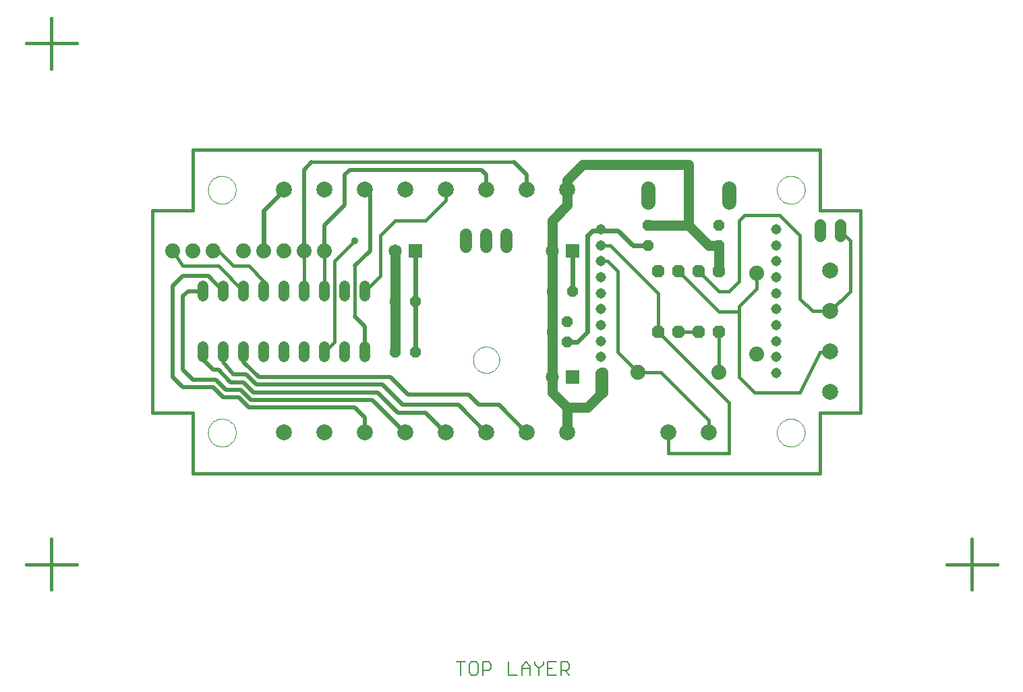
<source format=gtl>
G75*
G70*
%OFA0B0*%
%FSLAX24Y24*%
%IPPOS*%
%LPD*%
%AMOC8*
5,1,8,0,0,1.08239X$1,22.5*
%
%ADD10C,0.0160*%
%ADD11C,0.0000*%
%ADD12C,0.0060*%
%ADD13OC8,0.0630*%
%ADD14C,0.0787*%
%ADD15OC8,0.0520*%
%ADD16C,0.0600*%
%ADD17R,0.0650X0.0650*%
%ADD18C,0.0650*%
%ADD19C,0.0740*%
%ADD20C,0.0515*%
%ADD21C,0.0520*%
%ADD22C,0.0700*%
%ADD23C,0.0560*%
%ADD24C,0.0500*%
%ADD25C,0.0240*%
%ADD26C,0.0200*%
%ADD27C,0.0360*%
D10*
X004331Y004583D02*
X004331Y007083D01*
X003081Y005833D02*
X005581Y005833D01*
X011331Y010333D02*
X011331Y013333D01*
X009331Y013333D01*
X009331Y023333D01*
X011331Y023333D01*
X011331Y026333D01*
X042331Y026333D01*
X042331Y023333D01*
X044331Y023333D01*
X044331Y013333D01*
X042331Y013333D01*
X042331Y010333D01*
X011331Y010333D01*
X019823Y012343D02*
X019831Y012333D01*
X021823Y012343D02*
X021831Y012333D01*
X023823Y012343D02*
X023831Y012333D01*
X025823Y012343D02*
X025831Y012333D01*
X027823Y012343D02*
X027831Y012333D01*
X032331Y016333D02*
X033331Y015333D01*
X034456Y015333D01*
X036831Y012958D01*
X036831Y012333D01*
X036823Y012343D01*
X037831Y011333D02*
X037831Y013833D01*
X034331Y017333D01*
X034331Y019208D01*
X031956Y021583D01*
X031456Y021583D01*
X031500Y020802D02*
X031831Y020833D01*
X032331Y020333D01*
X032331Y016333D01*
X035331Y017333D02*
X036331Y017333D01*
X037331Y017333D02*
X037331Y015333D01*
X038331Y015083D02*
X038331Y018333D01*
X038331Y018583D01*
X039206Y019458D01*
X039206Y020208D01*
X038331Y019833D02*
X038331Y022833D01*
X038581Y023083D01*
X040331Y023083D01*
X041331Y022083D01*
X041331Y018958D01*
X041948Y018342D01*
X042841Y018342D01*
X042841Y018343D01*
X043831Y019333D01*
X043831Y021833D01*
X043331Y022333D01*
X038331Y019833D02*
X037831Y019333D01*
X037331Y019333D01*
X036331Y020333D01*
X035331Y020333D02*
X037331Y018333D01*
X038331Y018333D01*
X042331Y016333D02*
X042841Y016342D01*
X042331Y016333D02*
X041331Y014333D01*
X039081Y014333D01*
X038331Y015083D01*
X034831Y012333D02*
X034823Y012343D01*
X034831Y012333D02*
X034831Y011333D01*
X037831Y011333D01*
X048581Y005833D02*
X051081Y005833D01*
X049831Y004583D02*
X049831Y007083D01*
X023831Y023833D02*
X023831Y024333D01*
X023823Y024343D01*
X023831Y023833D02*
X022831Y022833D01*
X021331Y022833D01*
X020581Y022083D01*
X020581Y020083D01*
X019831Y019333D01*
X019331Y020583D02*
X019331Y018083D01*
X018331Y016833D02*
X018331Y020833D01*
X019331Y021833D01*
X017831Y021333D02*
X017831Y019333D01*
X016831Y019333D02*
X016831Y021333D01*
X014831Y019833D02*
X014831Y019333D01*
X014831Y019833D02*
X014081Y020583D01*
X013331Y020583D01*
X012581Y021333D01*
X012331Y021333D01*
X012581Y020583D02*
X013831Y019333D01*
X012581Y020583D02*
X010831Y020583D01*
X010331Y021333D01*
X017206Y025708D02*
X027206Y025708D01*
X027823Y024343D02*
X027831Y024333D01*
X025831Y024333D02*
X025823Y024343D01*
X020081Y024083D02*
X019831Y024333D01*
X019823Y024343D01*
X018331Y016833D02*
X017831Y016333D01*
X004331Y030333D02*
X004331Y032833D01*
X003081Y031583D02*
X005581Y031583D01*
D11*
X012079Y024333D02*
X012081Y024385D01*
X012087Y024437D01*
X012097Y024488D01*
X012110Y024538D01*
X012128Y024588D01*
X012149Y024635D01*
X012173Y024681D01*
X012202Y024725D01*
X012233Y024767D01*
X012267Y024806D01*
X012304Y024843D01*
X012344Y024876D01*
X012387Y024907D01*
X012431Y024934D01*
X012477Y024958D01*
X012526Y024978D01*
X012575Y024994D01*
X012626Y025007D01*
X012677Y025016D01*
X012729Y025021D01*
X012781Y025022D01*
X012833Y025019D01*
X012885Y025012D01*
X012936Y025001D01*
X012986Y024987D01*
X013035Y024968D01*
X013082Y024946D01*
X013127Y024921D01*
X013171Y024892D01*
X013212Y024860D01*
X013251Y024825D01*
X013286Y024787D01*
X013319Y024746D01*
X013349Y024704D01*
X013375Y024659D01*
X013398Y024612D01*
X013417Y024563D01*
X013433Y024513D01*
X013445Y024463D01*
X013453Y024411D01*
X013457Y024359D01*
X013457Y024307D01*
X013453Y024255D01*
X013445Y024203D01*
X013433Y024153D01*
X013417Y024103D01*
X013398Y024054D01*
X013375Y024007D01*
X013349Y023962D01*
X013319Y023920D01*
X013286Y023879D01*
X013251Y023841D01*
X013212Y023806D01*
X013171Y023774D01*
X013127Y023745D01*
X013082Y023720D01*
X013035Y023698D01*
X012986Y023679D01*
X012936Y023665D01*
X012885Y023654D01*
X012833Y023647D01*
X012781Y023644D01*
X012729Y023645D01*
X012677Y023650D01*
X012626Y023659D01*
X012575Y023672D01*
X012526Y023688D01*
X012477Y023708D01*
X012431Y023732D01*
X012387Y023759D01*
X012344Y023790D01*
X012304Y023823D01*
X012267Y023860D01*
X012233Y023899D01*
X012202Y023941D01*
X012173Y023985D01*
X012149Y024031D01*
X012128Y024078D01*
X012110Y024128D01*
X012097Y024178D01*
X012087Y024229D01*
X012081Y024281D01*
X012079Y024333D01*
X025181Y015933D02*
X025183Y015983D01*
X025189Y016033D01*
X025199Y016083D01*
X025212Y016131D01*
X025229Y016179D01*
X025250Y016225D01*
X025274Y016269D01*
X025302Y016311D01*
X025333Y016351D01*
X025367Y016388D01*
X025404Y016423D01*
X025443Y016454D01*
X025484Y016483D01*
X025528Y016508D01*
X025574Y016530D01*
X025621Y016548D01*
X025669Y016562D01*
X025718Y016573D01*
X025768Y016580D01*
X025818Y016583D01*
X025869Y016582D01*
X025919Y016577D01*
X025969Y016568D01*
X026017Y016556D01*
X026065Y016539D01*
X026111Y016519D01*
X026156Y016496D01*
X026199Y016469D01*
X026239Y016439D01*
X026277Y016406D01*
X026312Y016370D01*
X026345Y016331D01*
X026374Y016290D01*
X026400Y016247D01*
X026423Y016202D01*
X026442Y016155D01*
X026457Y016107D01*
X026469Y016058D01*
X026477Y016008D01*
X026481Y015958D01*
X026481Y015908D01*
X026477Y015858D01*
X026469Y015808D01*
X026457Y015759D01*
X026442Y015711D01*
X026423Y015664D01*
X026400Y015619D01*
X026374Y015576D01*
X026345Y015535D01*
X026312Y015496D01*
X026277Y015460D01*
X026239Y015427D01*
X026199Y015397D01*
X026156Y015370D01*
X026111Y015347D01*
X026065Y015327D01*
X026017Y015310D01*
X025969Y015298D01*
X025919Y015289D01*
X025869Y015284D01*
X025818Y015283D01*
X025768Y015286D01*
X025718Y015293D01*
X025669Y015304D01*
X025621Y015318D01*
X025574Y015336D01*
X025528Y015358D01*
X025484Y015383D01*
X025443Y015412D01*
X025404Y015443D01*
X025367Y015478D01*
X025333Y015515D01*
X025302Y015555D01*
X025274Y015597D01*
X025250Y015641D01*
X025229Y015687D01*
X025212Y015735D01*
X025199Y015783D01*
X025189Y015833D01*
X025183Y015883D01*
X025181Y015933D01*
X012079Y012333D02*
X012081Y012385D01*
X012087Y012437D01*
X012097Y012488D01*
X012110Y012538D01*
X012128Y012588D01*
X012149Y012635D01*
X012173Y012681D01*
X012202Y012725D01*
X012233Y012767D01*
X012267Y012806D01*
X012304Y012843D01*
X012344Y012876D01*
X012387Y012907D01*
X012431Y012934D01*
X012477Y012958D01*
X012526Y012978D01*
X012575Y012994D01*
X012626Y013007D01*
X012677Y013016D01*
X012729Y013021D01*
X012781Y013022D01*
X012833Y013019D01*
X012885Y013012D01*
X012936Y013001D01*
X012986Y012987D01*
X013035Y012968D01*
X013082Y012946D01*
X013127Y012921D01*
X013171Y012892D01*
X013212Y012860D01*
X013251Y012825D01*
X013286Y012787D01*
X013319Y012746D01*
X013349Y012704D01*
X013375Y012659D01*
X013398Y012612D01*
X013417Y012563D01*
X013433Y012513D01*
X013445Y012463D01*
X013453Y012411D01*
X013457Y012359D01*
X013457Y012307D01*
X013453Y012255D01*
X013445Y012203D01*
X013433Y012153D01*
X013417Y012103D01*
X013398Y012054D01*
X013375Y012007D01*
X013349Y011962D01*
X013319Y011920D01*
X013286Y011879D01*
X013251Y011841D01*
X013212Y011806D01*
X013171Y011774D01*
X013127Y011745D01*
X013082Y011720D01*
X013035Y011698D01*
X012986Y011679D01*
X012936Y011665D01*
X012885Y011654D01*
X012833Y011647D01*
X012781Y011644D01*
X012729Y011645D01*
X012677Y011650D01*
X012626Y011659D01*
X012575Y011672D01*
X012526Y011688D01*
X012477Y011708D01*
X012431Y011732D01*
X012387Y011759D01*
X012344Y011790D01*
X012304Y011823D01*
X012267Y011860D01*
X012233Y011899D01*
X012202Y011941D01*
X012173Y011985D01*
X012149Y012031D01*
X012128Y012078D01*
X012110Y012128D01*
X012097Y012178D01*
X012087Y012229D01*
X012081Y012281D01*
X012079Y012333D01*
X040204Y012333D02*
X040206Y012385D01*
X040212Y012437D01*
X040222Y012488D01*
X040235Y012538D01*
X040253Y012588D01*
X040274Y012635D01*
X040298Y012681D01*
X040327Y012725D01*
X040358Y012767D01*
X040392Y012806D01*
X040429Y012843D01*
X040469Y012876D01*
X040512Y012907D01*
X040556Y012934D01*
X040602Y012958D01*
X040651Y012978D01*
X040700Y012994D01*
X040751Y013007D01*
X040802Y013016D01*
X040854Y013021D01*
X040906Y013022D01*
X040958Y013019D01*
X041010Y013012D01*
X041061Y013001D01*
X041111Y012987D01*
X041160Y012968D01*
X041207Y012946D01*
X041252Y012921D01*
X041296Y012892D01*
X041337Y012860D01*
X041376Y012825D01*
X041411Y012787D01*
X041444Y012746D01*
X041474Y012704D01*
X041500Y012659D01*
X041523Y012612D01*
X041542Y012563D01*
X041558Y012513D01*
X041570Y012463D01*
X041578Y012411D01*
X041582Y012359D01*
X041582Y012307D01*
X041578Y012255D01*
X041570Y012203D01*
X041558Y012153D01*
X041542Y012103D01*
X041523Y012054D01*
X041500Y012007D01*
X041474Y011962D01*
X041444Y011920D01*
X041411Y011879D01*
X041376Y011841D01*
X041337Y011806D01*
X041296Y011774D01*
X041252Y011745D01*
X041207Y011720D01*
X041160Y011698D01*
X041111Y011679D01*
X041061Y011665D01*
X041010Y011654D01*
X040958Y011647D01*
X040906Y011644D01*
X040854Y011645D01*
X040802Y011650D01*
X040751Y011659D01*
X040700Y011672D01*
X040651Y011688D01*
X040602Y011708D01*
X040556Y011732D01*
X040512Y011759D01*
X040469Y011790D01*
X040429Y011823D01*
X040392Y011860D01*
X040358Y011899D01*
X040327Y011941D01*
X040298Y011985D01*
X040274Y012031D01*
X040253Y012078D01*
X040235Y012128D01*
X040222Y012178D01*
X040212Y012229D01*
X040206Y012281D01*
X040204Y012333D01*
X040204Y024333D02*
X040206Y024385D01*
X040212Y024437D01*
X040222Y024488D01*
X040235Y024538D01*
X040253Y024588D01*
X040274Y024635D01*
X040298Y024681D01*
X040327Y024725D01*
X040358Y024767D01*
X040392Y024806D01*
X040429Y024843D01*
X040469Y024876D01*
X040512Y024907D01*
X040556Y024934D01*
X040602Y024958D01*
X040651Y024978D01*
X040700Y024994D01*
X040751Y025007D01*
X040802Y025016D01*
X040854Y025021D01*
X040906Y025022D01*
X040958Y025019D01*
X041010Y025012D01*
X041061Y025001D01*
X041111Y024987D01*
X041160Y024968D01*
X041207Y024946D01*
X041252Y024921D01*
X041296Y024892D01*
X041337Y024860D01*
X041376Y024825D01*
X041411Y024787D01*
X041444Y024746D01*
X041474Y024704D01*
X041500Y024659D01*
X041523Y024612D01*
X041542Y024563D01*
X041558Y024513D01*
X041570Y024463D01*
X041578Y024411D01*
X041582Y024359D01*
X041582Y024307D01*
X041578Y024255D01*
X041570Y024203D01*
X041558Y024153D01*
X041542Y024103D01*
X041523Y024054D01*
X041500Y024007D01*
X041474Y023962D01*
X041444Y023920D01*
X041411Y023879D01*
X041376Y023841D01*
X041337Y023806D01*
X041296Y023774D01*
X041252Y023745D01*
X041207Y023720D01*
X041160Y023698D01*
X041111Y023679D01*
X041061Y023665D01*
X041010Y023654D01*
X040958Y023647D01*
X040906Y023644D01*
X040854Y023645D01*
X040802Y023650D01*
X040751Y023659D01*
X040700Y023672D01*
X040651Y023688D01*
X040602Y023708D01*
X040556Y023732D01*
X040512Y023759D01*
X040469Y023790D01*
X040429Y023823D01*
X040392Y023860D01*
X040358Y023899D01*
X040327Y023941D01*
X040298Y023985D01*
X040274Y024031D01*
X040253Y024078D01*
X040235Y024128D01*
X040222Y024178D01*
X040212Y024229D01*
X040206Y024281D01*
X040204Y024333D01*
D12*
X029838Y001004D02*
X029517Y001004D01*
X029517Y000363D01*
X029517Y000577D02*
X029838Y000577D01*
X029944Y000684D01*
X029944Y000897D01*
X029838Y001004D01*
X029300Y001004D02*
X028873Y001004D01*
X028873Y000363D01*
X029300Y000363D01*
X029086Y000684D02*
X028873Y000684D01*
X028655Y000897D02*
X028655Y001004D01*
X028655Y000897D02*
X028442Y000684D01*
X028442Y000363D01*
X028442Y000684D02*
X028228Y000897D01*
X028228Y001004D01*
X028011Y000790D02*
X028011Y000363D01*
X028011Y000684D02*
X027584Y000684D01*
X027584Y000790D02*
X027797Y001004D01*
X028011Y000790D01*
X027584Y000790D02*
X027584Y000363D01*
X027366Y000363D02*
X026939Y000363D01*
X026939Y001004D01*
X026077Y000897D02*
X026077Y000684D01*
X025970Y000577D01*
X025650Y000577D01*
X025650Y000363D02*
X025650Y001004D01*
X025970Y001004D01*
X026077Y000897D01*
X025433Y000897D02*
X025433Y000470D01*
X025326Y000363D01*
X025112Y000363D01*
X025006Y000470D01*
X025006Y000897D01*
X025112Y001004D01*
X025326Y001004D01*
X025433Y000897D01*
X024788Y001004D02*
X024361Y001004D01*
X024574Y001004D02*
X024574Y000363D01*
X029731Y000577D02*
X029944Y000363D01*
D13*
X034331Y017333D03*
X035331Y017333D03*
X036331Y017333D03*
X037331Y017333D03*
X037331Y020333D03*
X036331Y020333D03*
X035331Y020333D03*
X034331Y020333D03*
D14*
X029823Y024343D03*
X027823Y024343D03*
X025823Y024343D03*
X023823Y024343D03*
X021823Y024343D03*
X019823Y024343D03*
X017823Y024343D03*
X015823Y024343D03*
X015823Y012343D03*
X017823Y012343D03*
X019823Y012343D03*
X021823Y012343D03*
X023823Y012343D03*
X025823Y012343D03*
X027823Y012343D03*
X029823Y012343D03*
X034823Y012343D03*
X036823Y012343D03*
X042841Y014342D03*
X042841Y016342D03*
X042841Y018342D03*
X042841Y020342D03*
D15*
X037331Y021583D03*
X037331Y022583D03*
X033831Y022583D03*
X033831Y021583D03*
X030081Y019333D03*
X029081Y019333D03*
X029831Y017833D03*
X029081Y017333D03*
X029831Y016833D03*
X022331Y016333D03*
X021331Y016333D03*
X021331Y018833D03*
X022331Y018833D03*
D16*
X024831Y021533D02*
X024831Y022133D01*
X025831Y022133D02*
X025831Y021533D01*
X026831Y021533D02*
X026831Y022133D01*
D17*
X030081Y021333D03*
X022331Y021333D03*
X030081Y015083D03*
D18*
X029081Y015083D03*
X029081Y021333D03*
X021331Y021333D03*
D19*
X017831Y021333D03*
X016831Y021333D03*
X015831Y021333D03*
X014831Y021333D03*
X013831Y021333D03*
X012331Y021333D03*
X011331Y021333D03*
X010331Y021333D03*
X033331Y015333D03*
X037331Y015333D03*
X039206Y016208D03*
X039206Y020208D03*
D20*
X040162Y020014D03*
X040162Y019227D03*
X040162Y018440D03*
X040162Y017652D03*
X040162Y016865D03*
X040162Y016077D03*
X040162Y015290D03*
X040162Y020802D03*
X040162Y021589D03*
X040162Y022377D03*
X031500Y022377D03*
X031500Y021589D03*
X031500Y020802D03*
X031500Y020014D03*
X031500Y019227D03*
X031500Y018440D03*
X031500Y017652D03*
X031500Y016865D03*
X031500Y016077D03*
X031500Y015290D03*
D21*
X019831Y016073D02*
X019831Y016593D01*
X018831Y016593D02*
X018831Y016073D01*
X017831Y016073D02*
X017831Y016593D01*
X016831Y016593D02*
X016831Y016073D01*
X015831Y016073D02*
X015831Y016593D01*
X014831Y016593D02*
X014831Y016073D01*
X013831Y016073D02*
X013831Y016593D01*
X012831Y016593D02*
X012831Y016073D01*
X011831Y016073D02*
X011831Y016593D01*
X011831Y019073D02*
X011831Y019593D01*
X012831Y019593D02*
X012831Y019073D01*
X013831Y019073D02*
X013831Y019593D01*
X014831Y019593D02*
X014831Y019073D01*
X015831Y019073D02*
X015831Y019593D01*
X016831Y019593D02*
X016831Y019073D01*
X017831Y019073D02*
X017831Y019593D01*
X018831Y019593D02*
X018831Y019073D01*
X019831Y019073D02*
X019831Y019593D01*
D22*
X033831Y023733D02*
X033831Y024433D01*
X037831Y024433D02*
X037831Y023733D01*
D23*
X042331Y022613D02*
X042331Y022053D01*
X043331Y022053D02*
X043331Y022613D01*
D24*
X037331Y021583D02*
X037331Y020333D01*
X037331Y021583D02*
X036831Y021583D01*
X035831Y022583D01*
X035831Y025583D01*
X030581Y025583D01*
X029831Y024833D01*
X029831Y023583D01*
X029081Y022833D01*
X029081Y021333D01*
X029081Y019333D01*
X029081Y017333D01*
X029081Y015083D01*
X029081Y014333D01*
X029831Y013583D01*
X030831Y013583D01*
X031456Y014208D01*
X031581Y014333D01*
X031581Y015333D01*
X029831Y013583D02*
X029831Y012333D01*
X021331Y016333D02*
X021331Y018833D01*
X021331Y021333D01*
X033831Y022583D02*
X035831Y022583D01*
D25*
X033831Y021583D02*
X033081Y021583D01*
X032331Y022333D01*
X031331Y022333D01*
X031500Y022377D01*
X031331Y022333D02*
X031081Y022333D01*
X030831Y022083D01*
X030831Y017333D01*
X030331Y016833D01*
X029831Y016833D01*
X031331Y015333D02*
X031500Y015290D01*
X031331Y015333D02*
X031331Y014333D01*
X031456Y014208D01*
X029823Y012343D02*
X029831Y012333D01*
X022331Y016333D02*
X022331Y018833D01*
X022331Y021333D01*
X015831Y024333D02*
X015823Y024343D01*
X015831Y024333D02*
X014831Y023333D01*
X014831Y021333D01*
X030081Y021333D02*
X030081Y019333D01*
D26*
X027831Y024333D02*
X027831Y025083D01*
X027206Y025708D01*
X025831Y025083D02*
X025581Y025333D01*
X019081Y025333D01*
X018831Y025083D01*
X018831Y023583D01*
X017831Y022583D01*
X017831Y021333D01*
X016831Y021333D02*
X016831Y025333D01*
X017206Y025708D01*
X020081Y024083D02*
X020081Y021333D01*
X019331Y020583D01*
X019331Y018083D02*
X019831Y017583D01*
X019831Y016333D01*
X021081Y015083D02*
X021956Y014208D01*
X024956Y014208D01*
X025456Y013708D01*
X026456Y013708D01*
X027831Y012333D01*
X025831Y012333D02*
X024456Y013708D01*
X021706Y013708D01*
X020706Y014708D01*
X014456Y014708D01*
X013956Y015208D01*
X013331Y015208D01*
X012831Y015833D01*
X012831Y016333D01*
X013831Y016333D02*
X013831Y015833D01*
X014581Y015083D01*
X021081Y015083D01*
X020456Y014333D02*
X014331Y014333D01*
X013831Y014833D01*
X013206Y014833D01*
X012581Y015458D01*
X012331Y015458D01*
X011831Y015958D01*
X011831Y016333D01*
X010831Y015458D02*
X011331Y014958D01*
X012456Y014958D01*
X012956Y014458D01*
X013706Y014458D01*
X014206Y013958D01*
X020206Y013958D01*
X021831Y012333D01*
X021456Y013333D02*
X020456Y014333D01*
X019331Y013583D02*
X014081Y013583D01*
X013581Y014083D01*
X012831Y014083D01*
X012331Y014583D01*
X010831Y014583D01*
X010331Y015083D01*
X010331Y019583D01*
X010831Y020083D01*
X012081Y020083D01*
X012831Y019333D01*
X011831Y019333D02*
X011081Y019333D01*
X010831Y019083D01*
X010831Y015458D01*
X019331Y013583D02*
X019831Y013083D01*
X019831Y012333D01*
X021456Y013333D02*
X022831Y013333D01*
X023831Y012333D01*
X025831Y024333D02*
X025831Y025083D01*
D27*
X019331Y021833D03*
M02*

</source>
